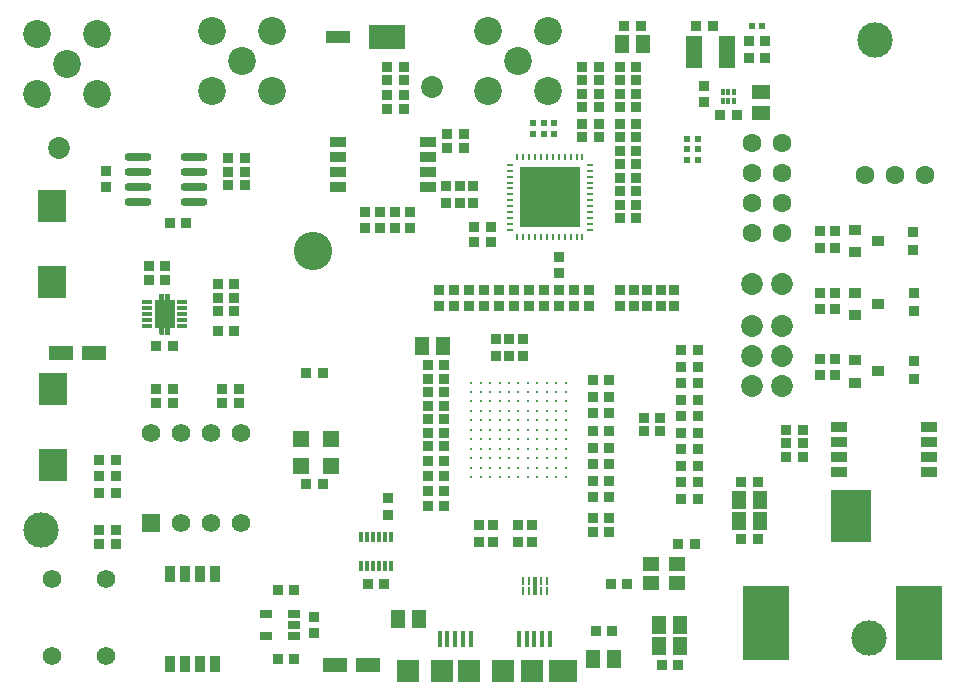
<source format=gts>
%FSLAX25Y25*%
%MOIN*%
G70*
G01*
G75*
G04 Layer_Color=8388736*
%ADD10C,0.01100*%
%ADD11C,0.01200*%
%ADD12C,0.03937*%
%ADD13R,0.04449X0.05787*%
%ADD14C,0.00945*%
%ADD15R,0.03937X0.02756*%
%ADD16R,0.00984X0.02362*%
%ADD17R,0.02362X0.00984*%
%ADD18R,0.20079X0.20079*%
%ADD19R,0.03347X0.01102*%
%ADD20R,0.06496X0.09449*%
%ADD21O,0.08661X0.02362*%
%ADD22R,0.05512X0.04724*%
%ADD23R,0.01969X0.01969*%
%ADD24R,0.01063X0.03150*%
%ADD25R,0.05079X0.10709*%
%ADD26R,0.03000X0.03000*%
%ADD27R,0.01181X0.01929*%
%ADD28R,0.01181X0.02047*%
%ADD29R,0.05787X0.04449*%
%ADD30R,0.15354X0.24410*%
%ADD31R,0.12992X0.17323*%
%ADD32R,0.03000X0.03000*%
%ADD33R,0.05000X0.02992*%
%ADD34R,0.01969X0.01969*%
%ADD35R,0.05118X0.04921*%
%ADD36R,0.03543X0.03150*%
%ADD37R,0.03100X0.03100*%
%ADD38R,0.00787X0.02658*%
%ADD39R,0.01496X0.06100*%
%ADD40R,0.02992X0.05000*%
%ADD41R,0.01200X0.05300*%
%ADD42R,0.09100X0.07500*%
%ADD43R,0.07100X0.07500*%
%ADD44R,0.09449X0.10236*%
%ADD45R,0.07874X0.04724*%
%ADD46R,0.07874X0.03937*%
%ADD47R,0.11811X0.07874*%
%ADD48C,0.01500*%
%ADD49C,0.00500*%
%ADD50C,0.00800*%
%ADD51C,0.01000*%
%ADD52C,0.02500*%
%ADD53C,0.02000*%
%ADD54C,0.00600*%
%ADD55R,0.05906X0.05906*%
%ADD56C,0.05906*%
%ADD57C,0.07874*%
%ADD58C,0.07000*%
%ADD59C,0.09000*%
%ADD60C,0.12500*%
%ADD61C,0.06000*%
%ADD62C,0.01969*%
%ADD63C,0.03100*%
%ADD64C,0.01400*%
%ADD65C,0.04000*%
%ADD66C,0.05543*%
%ADD67C,0.09874*%
%ADD68C,0.05937*%
%ADD69C,0.07500*%
%ADD70C,0.14500*%
%ADD71C,0.04800*%
%ADD72C,0.03400*%
%ADD73C,0.02700*%
%ADD74C,0.08000*%
%ADD75C,0.02787*%
%ADD76C,0.00984*%
%ADD77C,0.00787*%
%ADD78C,0.02362*%
%ADD79C,0.00394*%
%ADD80C,0.01575*%
%ADD81C,0.01600*%
%ADD82R,0.04331X0.04331*%
%ADD83C,0.11811*%
%ADD84R,0.04749X0.06087*%
%ADD85C,0.01245*%
%ADD86R,0.04237X0.03056*%
%ADD87R,0.20379X0.20379*%
%ADD88R,0.03647X0.01402*%
%ADD89R,0.06796X0.09749*%
%ADD90O,0.08961X0.02662*%
%ADD91R,0.05812X0.05024*%
%ADD92R,0.02269X0.02269*%
%ADD93R,0.01363X0.03450*%
%ADD94R,0.05379X0.11009*%
%ADD95R,0.03300X0.03300*%
%ADD96R,0.01575X0.02323*%
%ADD97R,0.01575X0.02441*%
%ADD98R,0.06087X0.04749*%
%ADD99R,0.15654X0.24710*%
%ADD100R,0.13292X0.17623*%
%ADD101R,0.03300X0.03300*%
%ADD102R,0.05300X0.03292*%
%ADD103R,0.02269X0.02269*%
%ADD104R,0.05418X0.05221*%
%ADD105R,0.03843X0.03450*%
%ADD106R,0.03400X0.03400*%
%ADD107R,0.01087X0.02958*%
%ADD108R,0.01796X0.06400*%
%ADD109R,0.03292X0.05300*%
%ADD110R,0.01500X0.05600*%
%ADD111R,0.09400X0.07800*%
%ADD112R,0.07400X0.07800*%
%ADD113R,0.09749X0.10536*%
%ADD114R,0.08174X0.05024*%
%ADD115R,0.08174X0.04237*%
%ADD116R,0.12111X0.08174*%
%ADD117R,0.06206X0.06206*%
%ADD118C,0.06206*%
%ADD119C,0.07300*%
%ADD120C,0.09300*%
%ADD121C,0.12800*%
%ADD122C,0.06300*%
%ADD123C,0.00300*%
G36*
X50596Y119455D02*
X50625Y119446D01*
X50651Y119432D01*
X50674Y119414D01*
X50692Y119391D01*
X50706Y119365D01*
X50715Y119336D01*
X50718Y119307D01*
Y117339D01*
X50715Y117309D01*
X50706Y117281D01*
X50692Y117255D01*
X50674Y117232D01*
X50651Y117213D01*
X50625Y117199D01*
X50596Y117191D01*
X50567Y117188D01*
X49464D01*
X49435Y117191D01*
X49407Y117199D01*
X49381Y117213D01*
X49358Y117232D01*
X49339Y117255D01*
X49325Y117281D01*
X49317Y117309D01*
X49314Y117339D01*
Y119307D01*
X49317Y119336D01*
X49325Y119365D01*
X49339Y119391D01*
X49358Y119414D01*
X49381Y119432D01*
X49407Y119446D01*
X49435Y119455D01*
X49464Y119458D01*
X50567D01*
X50596Y119455D01*
D02*
G37*
G36*
X48628D02*
X48656Y119446D01*
X48682Y119432D01*
X48705Y119414D01*
X48724Y119391D01*
X48738Y119365D01*
X48746Y119336D01*
X48749Y119307D01*
Y117339D01*
X48746Y117309D01*
X48738Y117281D01*
X48724Y117255D01*
X48705Y117232D01*
X48682Y117213D01*
X48656Y117199D01*
X48628Y117191D01*
X48598Y117188D01*
X47496D01*
X47467Y117191D01*
X47438Y117199D01*
X47412Y117213D01*
X47389Y117232D01*
X47371Y117255D01*
X47357Y117281D01*
X47348Y117309D01*
X47345Y117339D01*
Y119307D01*
X47348Y119336D01*
X47357Y119365D01*
X47371Y119391D01*
X47389Y119414D01*
X47412Y119432D01*
X47438Y119446D01*
X47467Y119455D01*
X47496Y119458D01*
X48598D01*
X48628Y119455D01*
D02*
G37*
G36*
X50596Y130872D02*
X50625Y130864D01*
X50651Y130850D01*
X50674Y130831D01*
X50692Y130808D01*
X50706Y130782D01*
X50715Y130754D01*
X50718Y130724D01*
Y128756D01*
X50715Y128726D01*
X50706Y128698D01*
X50692Y128672D01*
X50674Y128649D01*
X50651Y128630D01*
X50625Y128617D01*
X50596Y128608D01*
X50567Y128605D01*
X49464D01*
X49435Y128608D01*
X49407Y128617D01*
X49381Y128630D01*
X49358Y128649D01*
X49339Y128672D01*
X49325Y128698D01*
X49317Y128726D01*
X49314Y128756D01*
Y130724D01*
X49317Y130754D01*
X49325Y130782D01*
X49339Y130808D01*
X49358Y130831D01*
X49381Y130850D01*
X49407Y130864D01*
X49435Y130872D01*
X49464Y130875D01*
X50567D01*
X50596Y130872D01*
D02*
G37*
G36*
X48628D02*
X48656Y130864D01*
X48682Y130850D01*
X48705Y130831D01*
X48724Y130808D01*
X48738Y130782D01*
X48746Y130754D01*
X48749Y130724D01*
Y128756D01*
X48746Y128726D01*
X48738Y128698D01*
X48724Y128672D01*
X48705Y128649D01*
X48682Y128630D01*
X48656Y128617D01*
X48628Y128608D01*
X48598Y128605D01*
X47496D01*
X47467Y128608D01*
X47438Y128617D01*
X47412Y128630D01*
X47389Y128649D01*
X47371Y128672D01*
X47357Y128698D01*
X47348Y128726D01*
X47345Y128756D01*
Y130724D01*
X47348Y130754D01*
X47357Y130782D01*
X47371Y130808D01*
X47389Y130831D01*
X47412Y130850D01*
X47438Y130864D01*
X47467Y130872D01*
X47496Y130875D01*
X48598D01*
X48628Y130872D01*
D02*
G37*
D16*
X168642Y149614D02*
D03*
X166673D02*
D03*
X174547D02*
D03*
X170610D02*
D03*
X172579D02*
D03*
X166673Y176386D02*
D03*
X168642D02*
D03*
X174547D02*
D03*
X170610D02*
D03*
X172579D02*
D03*
X180453Y149614D02*
D03*
X176516D02*
D03*
X178484D02*
D03*
X186358D02*
D03*
X182421D02*
D03*
X184390D02*
D03*
X188327D02*
D03*
X176516Y176386D02*
D03*
X178484D02*
D03*
X184390D02*
D03*
X180453D02*
D03*
X182421D02*
D03*
X186358D02*
D03*
X188327D02*
D03*
D17*
X164114Y152173D02*
D03*
Y156110D02*
D03*
Y154142D02*
D03*
Y160047D02*
D03*
Y158079D02*
D03*
Y167921D02*
D03*
Y171858D02*
D03*
Y169890D02*
D03*
Y162016D02*
D03*
Y165953D02*
D03*
Y163984D02*
D03*
Y173827D02*
D03*
X190886Y156110D02*
D03*
Y152173D02*
D03*
Y154142D02*
D03*
Y160047D02*
D03*
Y158079D02*
D03*
Y162016D02*
D03*
Y165953D02*
D03*
Y163984D02*
D03*
Y167921D02*
D03*
Y171858D02*
D03*
Y169890D02*
D03*
Y173827D02*
D03*
D83*
X284000Y16000D02*
D03*
X286000Y215500D02*
D03*
X8000Y52000D02*
D03*
D84*
X127016Y22500D02*
D03*
X133984D02*
D03*
X135016Y113500D02*
D03*
X141984D02*
D03*
X214016Y13500D02*
D03*
X220984D02*
D03*
X240516Y55000D02*
D03*
X247484D02*
D03*
X240516Y62000D02*
D03*
X247484D02*
D03*
X208484Y214000D02*
D03*
X201516D02*
D03*
X198984Y9000D02*
D03*
X192016D02*
D03*
X214016Y20500D02*
D03*
X220984D02*
D03*
D85*
X151252Y72902D02*
D03*
Y69752D02*
D03*
Y76051D02*
D03*
X154402D02*
D03*
Y69752D02*
D03*
X157551D02*
D03*
X154402Y72902D02*
D03*
X157551D02*
D03*
X151252Y79201D02*
D03*
X154402D02*
D03*
X157551D02*
D03*
X151252Y82350D02*
D03*
X154402D02*
D03*
X151252Y85500D02*
D03*
X160701Y69752D02*
D03*
Y72902D02*
D03*
X163850Y69752D02*
D03*
X160701Y76051D02*
D03*
X163850Y72902D02*
D03*
X157551Y76051D02*
D03*
Y82350D02*
D03*
X160701Y79201D02*
D03*
X163850Y76051D02*
D03*
X167000D02*
D03*
X160701Y82350D02*
D03*
X163850Y79201D02*
D03*
Y82350D02*
D03*
X151252Y88650D02*
D03*
X154402Y85500D02*
D03*
X151252Y91799D02*
D03*
X154402Y88650D02*
D03*
X157551D02*
D03*
Y85500D02*
D03*
X154402Y91799D02*
D03*
X157551D02*
D03*
X151252Y94949D02*
D03*
X154402D02*
D03*
X151252Y101248D02*
D03*
Y98098D02*
D03*
X154402D02*
D03*
X157551Y94949D02*
D03*
X154402Y101248D02*
D03*
X157551Y98098D02*
D03*
Y101248D02*
D03*
X160701Y88650D02*
D03*
Y85500D02*
D03*
Y94949D02*
D03*
Y91799D02*
D03*
X163850Y85500D02*
D03*
Y94949D02*
D03*
Y88650D02*
D03*
Y91799D02*
D03*
X160701Y101248D02*
D03*
X163850Y98098D02*
D03*
X167000D02*
D03*
X160701D02*
D03*
X167000Y101248D02*
D03*
X163850D02*
D03*
X167000Y69752D02*
D03*
X170150D02*
D03*
X167000Y72902D02*
D03*
X170150D02*
D03*
X173299D02*
D03*
Y69752D02*
D03*
X170150Y76051D02*
D03*
X176449Y72902D02*
D03*
X167000Y79201D02*
D03*
X170150D02*
D03*
X167000Y82350D02*
D03*
X170150D02*
D03*
X173299Y76051D02*
D03*
X176449D02*
D03*
X173299Y79201D02*
D03*
X176449D02*
D03*
X173299Y82350D02*
D03*
X176449Y69752D02*
D03*
X179598D02*
D03*
Y76051D02*
D03*
Y72902D02*
D03*
X182748D02*
D03*
Y69752D02*
D03*
X179598Y79201D02*
D03*
X182748D02*
D03*
X176449Y82350D02*
D03*
X179598D02*
D03*
X182748D02*
D03*
Y76051D02*
D03*
X167000Y85500D02*
D03*
Y88650D02*
D03*
X170150Y85500D02*
D03*
Y88650D02*
D03*
X173299Y85500D02*
D03*
X170150Y91799D02*
D03*
X173299Y88650D02*
D03*
X167000Y94949D02*
D03*
Y91799D02*
D03*
X170150Y101248D02*
D03*
Y98098D02*
D03*
Y94949D02*
D03*
X173299Y91799D02*
D03*
Y101248D02*
D03*
Y94949D02*
D03*
Y98098D02*
D03*
X176449Y85500D02*
D03*
X179598D02*
D03*
X176449Y91799D02*
D03*
Y88650D02*
D03*
X179598D02*
D03*
X182748Y85500D02*
D03*
X179598Y91799D02*
D03*
X182748Y88650D02*
D03*
Y91799D02*
D03*
X176449Y94949D02*
D03*
X179598D02*
D03*
X176449Y101248D02*
D03*
Y98098D02*
D03*
X179598D02*
D03*
X182748Y94949D02*
D03*
X179598Y101248D02*
D03*
X182748Y98098D02*
D03*
Y101248D02*
D03*
D86*
X82776Y16760D02*
D03*
Y24240D02*
D03*
X92225Y16760D02*
D03*
Y24240D02*
D03*
Y20500D02*
D03*
D87*
X177500Y163000D02*
D03*
D88*
X43224Y122063D02*
D03*
Y120095D02*
D03*
Y126000D02*
D03*
Y124031D02*
D03*
Y127969D02*
D03*
X54839Y120095D02*
D03*
Y122063D02*
D03*
Y124031D02*
D03*
Y126000D02*
D03*
Y127969D02*
D03*
D89*
X49031Y124031D02*
D03*
D90*
X40051Y161500D02*
D03*
Y166500D02*
D03*
Y171500D02*
D03*
Y176500D02*
D03*
X58949Y161500D02*
D03*
Y171500D02*
D03*
Y166500D02*
D03*
Y176500D02*
D03*
D91*
X211169Y34350D02*
D03*
Y40650D02*
D03*
X219831Y34350D02*
D03*
Y40650D02*
D03*
D92*
X226772Y175500D02*
D03*
X223228D02*
D03*
X226772Y179000D02*
D03*
X223228D02*
D03*
X226772Y182500D02*
D03*
X223228D02*
D03*
X248272Y220000D02*
D03*
X244728D02*
D03*
D93*
X114579Y40276D02*
D03*
X116547D02*
D03*
X118516D02*
D03*
X120484D02*
D03*
X122453D02*
D03*
X124421D02*
D03*
X114579Y49724D02*
D03*
X116547D02*
D03*
X118516D02*
D03*
X120484D02*
D03*
X122453D02*
D03*
X124421D02*
D03*
D94*
X225468Y211500D02*
D03*
X236531D02*
D03*
D95*
X243750Y209500D02*
D03*
X249250D02*
D03*
Y215000D02*
D03*
X243750D02*
D03*
X234250Y190500D02*
D03*
X239750D02*
D03*
X200750Y206500D02*
D03*
X206250D02*
D03*
X200750Y183000D02*
D03*
X206250D02*
D03*
X200750Y193000D02*
D03*
X206250D02*
D03*
Y202000D02*
D03*
X200750D02*
D03*
X206250Y187500D02*
D03*
X200750D02*
D03*
X206250Y197500D02*
D03*
X200750D02*
D03*
X193750Y206500D02*
D03*
X188250D02*
D03*
X123250D02*
D03*
X128750D02*
D03*
X206250Y165000D02*
D03*
X200750D02*
D03*
X206250Y156000D02*
D03*
X200750D02*
D03*
X143250Y179500D02*
D03*
X148750D02*
D03*
X143250Y184000D02*
D03*
X148750D02*
D03*
X206250Y174000D02*
D03*
X200750D02*
D03*
X206250Y178500D02*
D03*
X200750D02*
D03*
X206250Y169500D02*
D03*
X200750D02*
D03*
X188250Y183000D02*
D03*
X193750D02*
D03*
X188250Y187500D02*
D03*
X193750D02*
D03*
Y202000D02*
D03*
X188250D02*
D03*
X193750Y197500D02*
D03*
X188250D02*
D03*
X193750Y193000D02*
D03*
X188250D02*
D03*
X123250Y202000D02*
D03*
X128750D02*
D03*
X123250Y197000D02*
D03*
X128750D02*
D03*
X123250Y192500D02*
D03*
X128750D02*
D03*
X152250Y153000D02*
D03*
X157750D02*
D03*
X152250Y148000D02*
D03*
X157750D02*
D03*
X101750Y67500D02*
D03*
X96250D02*
D03*
X142250Y107000D02*
D03*
X136750D02*
D03*
X32750Y47500D02*
D03*
X27250D02*
D03*
X70250Y167000D02*
D03*
X75750D02*
D03*
X75750Y171500D02*
D03*
X70250D02*
D03*
X75750Y176000D02*
D03*
X70250D02*
D03*
X72281Y118532D02*
D03*
X66781D02*
D03*
X66750Y125000D02*
D03*
X72250D02*
D03*
X66781Y129532D02*
D03*
X72281D02*
D03*
X27250Y75500D02*
D03*
X32750D02*
D03*
X27250Y70000D02*
D03*
X32750D02*
D03*
X27250Y64500D02*
D03*
X32750D02*
D03*
X92250Y9000D02*
D03*
X86750D02*
D03*
X221250Y73500D02*
D03*
X226750D02*
D03*
X221250Y84500D02*
D03*
X226750D02*
D03*
X221250Y95500D02*
D03*
X226750D02*
D03*
Y68000D02*
D03*
X221250D02*
D03*
X226750Y79000D02*
D03*
X221250D02*
D03*
X226750Y90000D02*
D03*
X221250D02*
D03*
X68250Y94500D02*
D03*
X73750D02*
D03*
X68250Y99000D02*
D03*
X73750D02*
D03*
X226750Y101000D02*
D03*
X221250D02*
D03*
X226750Y106500D02*
D03*
X221250D02*
D03*
X226750Y112000D02*
D03*
X221250D02*
D03*
Y62500D02*
D03*
X226750D02*
D03*
X261750Y85500D02*
D03*
X256250D02*
D03*
X261750Y81000D02*
D03*
X256250D02*
D03*
X261750Y76500D02*
D03*
X256250D02*
D03*
X220250Y47500D02*
D03*
X225750D02*
D03*
X203250Y34000D02*
D03*
X197750D02*
D03*
X116750D02*
D03*
X122250D02*
D03*
X27250Y52000D02*
D03*
X32750D02*
D03*
X50700Y154500D02*
D03*
X56200D02*
D03*
X51781Y113531D02*
D03*
X46281D02*
D03*
X72300Y134000D02*
D03*
X66800D02*
D03*
X43782Y135531D02*
D03*
X49281D02*
D03*
X49300Y140000D02*
D03*
X43800D02*
D03*
X191750Y74000D02*
D03*
X197250D02*
D03*
X191750Y68500D02*
D03*
X197250D02*
D03*
X208750Y85000D02*
D03*
X214250D02*
D03*
X208750Y89500D02*
D03*
X214250D02*
D03*
X191750Y91000D02*
D03*
X197250D02*
D03*
X191750Y96500D02*
D03*
X197250D02*
D03*
X96250Y104500D02*
D03*
X101750D02*
D03*
X142250Y93500D02*
D03*
X136750D02*
D03*
X241250Y68000D02*
D03*
X246750D02*
D03*
X191750Y79500D02*
D03*
X197250D02*
D03*
X241250Y49000D02*
D03*
X246750D02*
D03*
X191750Y63000D02*
D03*
X197250D02*
D03*
X214750Y7000D02*
D03*
X220250D02*
D03*
X191750Y56000D02*
D03*
X197250D02*
D03*
X191750Y51500D02*
D03*
X197250D02*
D03*
X142250Y80000D02*
D03*
X136750D02*
D03*
X191750Y102000D02*
D03*
X197250D02*
D03*
X191750Y85000D02*
D03*
X197250D02*
D03*
X142250Y89000D02*
D03*
X136750D02*
D03*
X142250Y60000D02*
D03*
X136750D02*
D03*
X142250Y98000D02*
D03*
X136750D02*
D03*
X142250Y102500D02*
D03*
X136750D02*
D03*
X142250Y65000D02*
D03*
X136750D02*
D03*
X142250Y70000D02*
D03*
X136750D02*
D03*
X142250Y75000D02*
D03*
X136750D02*
D03*
X51750Y94500D02*
D03*
X46250D02*
D03*
X51750Y99000D02*
D03*
X46250D02*
D03*
X86750Y32000D02*
D03*
X92250D02*
D03*
X192750Y18500D02*
D03*
X198250D02*
D03*
X136750Y84500D02*
D03*
X142250D02*
D03*
X200750Y160500D02*
D03*
X206250D02*
D03*
X202250Y220000D02*
D03*
X207750D02*
D03*
X226250D02*
D03*
X231750D02*
D03*
D96*
X238968Y194968D02*
D03*
X237000D02*
D03*
X235032D02*
D03*
Y198000D02*
D03*
X237000D02*
D03*
D97*
X238968D02*
D03*
D98*
X248000Y191016D02*
D03*
Y197984D02*
D03*
D99*
X249606Y21272D02*
D03*
X300394D02*
D03*
D100*
X277756Y56705D02*
D03*
D101*
X229000Y194750D02*
D03*
Y200250D02*
D03*
X131000Y152750D02*
D03*
Y158250D02*
D03*
X126000Y152750D02*
D03*
Y158250D02*
D03*
X121000Y152750D02*
D03*
Y158250D02*
D03*
X116000Y152750D02*
D03*
Y158250D02*
D03*
X180500Y137750D02*
D03*
Y143250D02*
D03*
X143000Y166750D02*
D03*
Y161250D02*
D03*
X147500Y166750D02*
D03*
Y161250D02*
D03*
X152000Y166750D02*
D03*
Y161250D02*
D03*
X267500Y151750D02*
D03*
Y146250D02*
D03*
X272500Y146250D02*
D03*
Y151750D02*
D03*
X272500Y125750D02*
D03*
Y131250D02*
D03*
X123500Y62750D02*
D03*
Y57250D02*
D03*
X185500Y132250D02*
D03*
Y126750D02*
D03*
X180500Y132250D02*
D03*
Y126750D02*
D03*
X175500Y132250D02*
D03*
Y126750D02*
D03*
X170500Y132250D02*
D03*
Y126750D02*
D03*
X165500Y132250D02*
D03*
Y126750D02*
D03*
X160500Y132250D02*
D03*
Y126750D02*
D03*
X155500Y132250D02*
D03*
Y126750D02*
D03*
X150500Y132250D02*
D03*
Y126750D02*
D03*
X190500Y132250D02*
D03*
Y126750D02*
D03*
X214500Y132250D02*
D03*
Y126750D02*
D03*
X219000Y132250D02*
D03*
Y126750D02*
D03*
X201000Y132250D02*
D03*
Y126750D02*
D03*
X205500Y132250D02*
D03*
Y126750D02*
D03*
X210000Y132250D02*
D03*
Y126750D02*
D03*
X154000Y53750D02*
D03*
Y48250D02*
D03*
X29500Y171800D02*
D03*
Y166300D02*
D03*
X159500Y110250D02*
D03*
Y115750D02*
D03*
X158500Y53750D02*
D03*
Y48250D02*
D03*
X168500Y110250D02*
D03*
Y115750D02*
D03*
X164000Y110250D02*
D03*
Y115750D02*
D03*
X99000Y17750D02*
D03*
Y23250D02*
D03*
X171500Y48250D02*
D03*
Y53750D02*
D03*
X167000Y48250D02*
D03*
Y53750D02*
D03*
X272500Y109250D02*
D03*
Y103750D02*
D03*
X267500Y103750D02*
D03*
Y109250D02*
D03*
Y131250D02*
D03*
Y125750D02*
D03*
X145500Y126750D02*
D03*
Y132250D02*
D03*
X140500Y126750D02*
D03*
Y132250D02*
D03*
D102*
X107000Y181500D02*
D03*
Y176500D02*
D03*
Y171500D02*
D03*
Y166500D02*
D03*
X137000Y181500D02*
D03*
Y176500D02*
D03*
Y171500D02*
D03*
Y166500D02*
D03*
X274000Y86500D02*
D03*
Y81500D02*
D03*
Y76500D02*
D03*
Y71500D02*
D03*
X304000Y86500D02*
D03*
Y81500D02*
D03*
Y76500D02*
D03*
Y71500D02*
D03*
D103*
X172000Y187772D02*
D03*
Y184228D02*
D03*
X175500Y187772D02*
D03*
Y184228D02*
D03*
X179000Y187772D02*
D03*
Y184228D02*
D03*
D104*
X104500Y82429D02*
D03*
X94500Y73571D02*
D03*
Y82429D02*
D03*
X104500Y73571D02*
D03*
D105*
X279063Y108740D02*
D03*
Y101260D02*
D03*
X286937Y105000D02*
D03*
X279063Y152240D02*
D03*
Y144760D02*
D03*
X286937Y148500D02*
D03*
Y127500D02*
D03*
X279063Y123760D02*
D03*
Y131240D02*
D03*
D106*
X298500Y151450D02*
D03*
Y145550D02*
D03*
X299000Y130950D02*
D03*
Y125050D02*
D03*
Y102550D02*
D03*
Y108450D02*
D03*
D107*
X176400Y31800D02*
D03*
X174400D02*
D03*
X170600D02*
D03*
X168600D02*
D03*
Y35200D02*
D03*
X170600D02*
D03*
X174400D02*
D03*
X176400D02*
D03*
D108*
X172500Y33500D02*
D03*
D109*
X51000Y7500D02*
D03*
X56000D02*
D03*
X61000D02*
D03*
X66000D02*
D03*
X51000Y37500D02*
D03*
X56000D02*
D03*
X61000D02*
D03*
X66000D02*
D03*
D110*
X143350Y15775D02*
D03*
X145950D02*
D03*
X172350D02*
D03*
X151150D02*
D03*
X148550D02*
D03*
X140750D02*
D03*
X169750D02*
D03*
X167150D02*
D03*
X177550D02*
D03*
X174950D02*
D03*
D111*
X181800Y5225D02*
D03*
D112*
X171500D02*
D03*
X161700Y5275D02*
D03*
X150450D02*
D03*
X141450D02*
D03*
X130200D02*
D03*
D113*
X11500Y134902D02*
D03*
Y160099D02*
D03*
X12000Y73902D02*
D03*
Y99098D02*
D03*
D114*
X117012Y7000D02*
D03*
X105988D02*
D03*
X25512Y111000D02*
D03*
X14488D02*
D03*
D115*
X106900Y216535D02*
D03*
D116*
X123031D02*
D03*
D117*
X44500Y54500D02*
D03*
D118*
Y84500D02*
D03*
X64500Y54500D02*
D03*
X54500D02*
D03*
X74500D02*
D03*
X54500Y84500D02*
D03*
X64500D02*
D03*
X74500D02*
D03*
X29358Y35795D02*
D03*
X11642D02*
D03*
Y10205D02*
D03*
X29358D02*
D03*
D119*
X138300Y199900D02*
D03*
X14000Y179500D02*
D03*
X255000Y120000D02*
D03*
X245000D02*
D03*
X255000Y110000D02*
D03*
X245000D02*
D03*
X255000Y100000D02*
D03*
X245000D02*
D03*
Y134000D02*
D03*
X255000D02*
D03*
D120*
X26500Y197500D02*
D03*
X6500D02*
D03*
Y217500D02*
D03*
X26500D02*
D03*
X16500Y207500D02*
D03*
X177000Y198500D02*
D03*
X157000D02*
D03*
Y218500D02*
D03*
X177000D02*
D03*
X167000Y208500D02*
D03*
X85000Y198500D02*
D03*
X65000D02*
D03*
Y218500D02*
D03*
X85000D02*
D03*
X75000Y208500D02*
D03*
D121*
X98500Y145000D02*
D03*
D122*
X255000Y171000D02*
D03*
Y181000D02*
D03*
Y151000D02*
D03*
Y161000D02*
D03*
X245000Y171000D02*
D03*
Y181000D02*
D03*
Y151000D02*
D03*
Y161000D02*
D03*
X292500Y170500D02*
D03*
X282500D02*
D03*
X302500D02*
D03*
D123*
X306500Y156500D02*
D03*
X290500Y140500D02*
D03*
X306500Y113500D02*
D03*
X290500Y97500D02*
D03*
X306500Y136000D02*
D03*
X290500Y120000D02*
D03*
M02*

</source>
